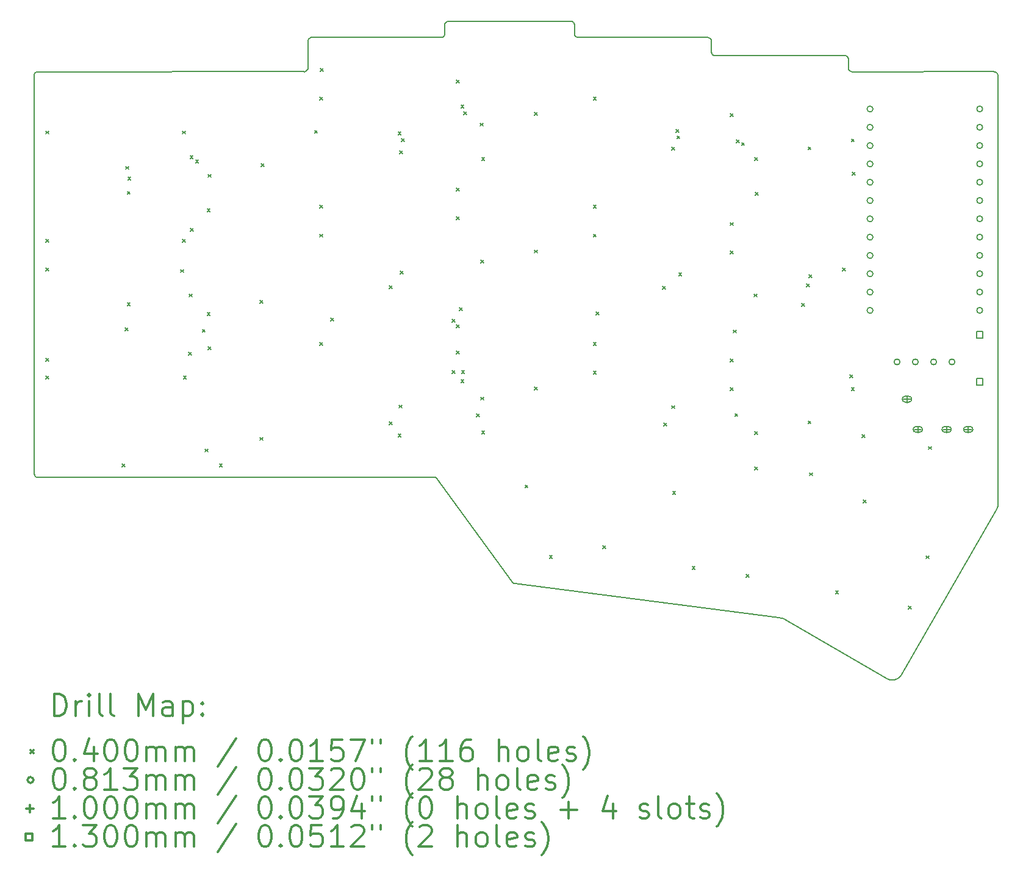
<source format=gbr>
%FSLAX45Y45*%
G04 Gerber Fmt 4.5, Leading zero omitted, Abs format (unit mm)*
G04 Created by KiCad (PCBNEW (5.1.10)-1) date 2021-11-26 09:54:35*
%MOMM*%
%LPD*%
G01*
G04 APERTURE LIST*
%TA.AperFunction,Profile*%
%ADD10C,0.200000*%
%TD*%
%ADD11C,0.200000*%
%ADD12C,0.300000*%
G04 APERTURE END LIST*
D10*
X8545891Y-7834063D02*
X8528538Y-7822765D01*
X8528538Y-7822765D02*
X8510534Y-7819407D01*
X13368050Y-9784400D02*
X13347880Y-9778977D01*
X13347880Y-9778977D02*
X13327428Y-9774800D01*
X13327428Y-9774800D02*
X13306752Y-9771878D01*
X13306752Y-9771878D02*
X13302594Y-9771446D01*
X9600193Y-9279779D02*
X9617548Y-9291062D01*
X9617548Y-9291062D02*
X9635549Y-9294409D01*
X16312821Y-8279172D02*
X16321769Y-8261285D01*
X16321769Y-8261285D02*
X16329317Y-8239823D01*
X16329317Y-8239823D02*
X16333935Y-8217559D01*
X16333935Y-8217559D02*
X16335544Y-8194790D01*
X16335544Y-8194790D02*
X16335530Y-8191923D01*
X12360382Y-1919171D02*
X12360382Y-1769311D01*
X14210516Y-1969209D02*
X12410420Y-1969209D01*
X16335530Y-2244417D02*
X16330597Y-2222748D01*
X16330597Y-2222748D02*
X16317336Y-2205848D01*
X16317336Y-2205848D02*
X16298033Y-2196006D01*
X16298033Y-2196006D02*
X16285542Y-2194430D01*
X16335478Y-2244290D02*
X16335478Y-8191694D01*
X2960537Y-2244417D02*
X2960360Y-7769293D01*
X6710539Y-2194430D02*
X6732217Y-2189505D01*
X6732217Y-2189505D02*
X6749126Y-2176244D01*
X6749126Y-2176244D02*
X6758974Y-2156938D01*
X6758974Y-2156938D02*
X6760551Y-2144443D01*
X6760551Y-2144443D02*
X6760551Y-2144418D01*
X6710412Y-2194253D02*
X3010550Y-2194430D01*
X6810538Y-1719425D02*
X6788869Y-1724358D01*
X6788869Y-1724358D02*
X6771969Y-1737619D01*
X6771969Y-1737619D02*
X6762127Y-1756921D01*
X6762127Y-1756921D02*
X6760551Y-1769413D01*
X8710533Y-1494407D02*
X8688857Y-1499343D01*
X8688857Y-1499343D02*
X8671955Y-1512612D01*
X8671955Y-1512612D02*
X8662117Y-1531923D01*
X8662117Y-1531923D02*
X8660546Y-1544419D01*
X8610330Y-1719273D02*
X7420950Y-1719273D01*
X16285440Y-2194253D02*
X14310541Y-2194430D01*
X10410426Y-1494229D02*
X8710406Y-1494229D01*
X14260300Y-2019247D02*
X14260529Y-2144418D01*
X14260529Y-2019424D02*
X14255603Y-1997746D01*
X14255603Y-1997746D02*
X14242343Y-1980838D01*
X14242343Y-1980838D02*
X14223038Y-1970989D01*
X14223038Y-1970989D02*
X14210542Y-1969412D01*
X12310344Y-1719273D02*
X11698250Y-1719273D01*
X6760450Y-1769311D02*
X6760450Y-2144215D01*
X2960537Y-7769420D02*
X2965473Y-7791096D01*
X2965473Y-7791096D02*
X2978742Y-7807998D01*
X2978742Y-7807998D02*
X2998053Y-7817836D01*
X2998053Y-7817836D02*
X3010549Y-7819407D01*
X3010549Y-7819407D02*
X3010550Y-7819407D01*
X2960537Y-2244417D02*
X2960537Y-2244417D01*
X8610534Y-1719425D02*
X8632212Y-1714500D01*
X8632212Y-1714500D02*
X8649120Y-1701239D01*
X8649120Y-1701239D02*
X8658968Y-1681933D01*
X8658968Y-1681933D02*
X8660546Y-1669438D01*
X8660546Y-1669438D02*
X8660546Y-1669413D01*
X13368050Y-9784400D02*
X14797458Y-10610508D01*
X10460464Y-1669235D02*
X10460464Y-1544267D01*
X8660546Y-1544419D02*
X8660368Y-1669235D01*
X7413250Y-7819431D02*
X4098250Y-7819431D01*
X3010550Y-2194430D02*
X2988872Y-2199355D01*
X2988872Y-2199355D02*
X2971963Y-2212615D01*
X2971963Y-2212615D02*
X2962114Y-2231922D01*
X2962114Y-2231922D02*
X2960537Y-2244417D01*
X12360535Y-1769413D02*
X12355602Y-1747743D01*
X12355602Y-1747743D02*
X12342341Y-1730844D01*
X12342341Y-1730844D02*
X12323039Y-1721001D01*
X12323039Y-1721001D02*
X12310548Y-1719425D01*
X14990270Y-10572561D02*
X16312872Y-8279324D01*
X8545891Y-7834063D02*
X9600193Y-9279779D01*
X14797458Y-10610508D02*
X14815864Y-10620987D01*
X14815864Y-10620987D02*
X14835139Y-10628387D01*
X14835139Y-10628387D02*
X14854956Y-10632772D01*
X14854956Y-10632772D02*
X14874990Y-10634205D01*
X14874990Y-10634205D02*
X14901473Y-10631634D01*
X14901473Y-10631634D02*
X14926986Y-10624079D01*
X14926986Y-10624079D02*
X14945018Y-10615234D01*
X14945018Y-10615234D02*
X14961742Y-10603733D01*
X14961742Y-10603733D02*
X14976832Y-10589642D01*
X14976832Y-10589642D02*
X14989960Y-10573023D01*
X14260529Y-2144418D02*
X14265454Y-2166096D01*
X14265454Y-2166096D02*
X14278715Y-2183005D01*
X14278715Y-2183005D02*
X14298021Y-2192853D01*
X14298021Y-2192853D02*
X14310517Y-2194430D01*
X14310517Y-2194430D02*
X14310541Y-2194430D01*
X10460541Y-1669413D02*
X10465466Y-1691091D01*
X10465466Y-1691091D02*
X10478726Y-1707999D01*
X10478726Y-1707999D02*
X10498033Y-1717848D01*
X10498033Y-1717848D02*
X10510528Y-1719425D01*
X10510553Y-1719425D02*
X11713550Y-1719425D01*
X3010550Y-7819407D02*
X4098250Y-7819431D01*
X8660546Y-1544419D02*
X8660546Y-1544419D01*
X14989960Y-10573023D02*
X14990270Y-10572561D01*
X10510528Y-1719425D02*
X10510553Y-1719425D01*
X6810538Y-1719425D02*
X7423250Y-1719425D01*
X9635549Y-9294409D02*
X13302594Y-9771446D01*
X10460541Y-1544419D02*
X10455616Y-1522741D01*
X10455616Y-1522741D02*
X10442355Y-1505832D01*
X10442355Y-1505832D02*
X10423049Y-1495984D01*
X10423049Y-1495984D02*
X10410553Y-1494407D01*
X8510534Y-7819407D02*
X7413250Y-7819431D01*
X12360535Y-1919425D02*
X12365471Y-1941100D01*
X12365471Y-1941100D02*
X12378740Y-1958002D01*
X12378740Y-1958002D02*
X12398051Y-1967841D01*
X12398051Y-1967841D02*
X12410547Y-1969412D01*
D11*
X3122250Y-3017900D02*
X3162250Y-3057900D01*
X3162250Y-3017900D02*
X3122250Y-3057900D01*
X3122250Y-4517900D02*
X3162250Y-4557900D01*
X3162250Y-4517900D02*
X3122250Y-4557900D01*
X3122250Y-4917900D02*
X3162250Y-4957900D01*
X3162250Y-4917900D02*
X3122250Y-4957900D01*
X3122250Y-6167900D02*
X3162250Y-6207900D01*
X3162250Y-6167900D02*
X3122250Y-6207900D01*
X3122250Y-6417900D02*
X3162250Y-6457900D01*
X3162250Y-6417900D02*
X3122250Y-6457900D01*
X4182250Y-7637900D02*
X4222250Y-7677900D01*
X4222250Y-7637900D02*
X4182250Y-7677900D01*
X4222250Y-5747900D02*
X4262250Y-5787900D01*
X4262250Y-5747900D02*
X4222250Y-5787900D01*
X4232250Y-3507900D02*
X4272250Y-3547900D01*
X4272250Y-3507900D02*
X4232250Y-3547900D01*
X4252250Y-3854401D02*
X4292250Y-3894401D01*
X4292250Y-3854401D02*
X4252250Y-3894401D01*
X4252250Y-5397900D02*
X4292250Y-5437900D01*
X4292250Y-5397900D02*
X4252250Y-5437900D01*
X4261773Y-3658399D02*
X4301773Y-3698399D01*
X4301773Y-3658399D02*
X4261773Y-3698399D01*
X4992250Y-4937900D02*
X5032250Y-4977900D01*
X5032250Y-4937900D02*
X4992250Y-4977900D01*
X5017984Y-4516891D02*
X5057984Y-4556891D01*
X5057984Y-4516891D02*
X5017984Y-4556891D01*
X5022250Y-3017900D02*
X5062250Y-3057900D01*
X5062250Y-3017900D02*
X5022250Y-3057900D01*
X5032250Y-6417900D02*
X5072250Y-6457900D01*
X5072250Y-6417900D02*
X5032250Y-6457900D01*
X5101195Y-6086845D02*
X5141195Y-6126845D01*
X5141195Y-6086845D02*
X5101195Y-6126845D01*
X5114750Y-5277900D02*
X5154750Y-5317900D01*
X5154750Y-5277900D02*
X5114750Y-5317900D01*
X5124750Y-3357900D02*
X5164750Y-3397900D01*
X5164750Y-3357900D02*
X5124750Y-3397900D01*
X5132250Y-4367900D02*
X5172250Y-4407900D01*
X5172250Y-4367900D02*
X5132250Y-4407900D01*
X5202250Y-3417900D02*
X5242250Y-3457900D01*
X5242250Y-3417900D02*
X5202250Y-3457900D01*
X5294250Y-5769400D02*
X5334250Y-5809400D01*
X5334250Y-5769400D02*
X5294250Y-5809400D01*
X5332250Y-7427900D02*
X5372250Y-7467900D01*
X5372250Y-7427900D02*
X5332250Y-7467900D01*
X5362250Y-4097900D02*
X5402250Y-4137900D01*
X5402250Y-4097900D02*
X5362250Y-4137900D01*
X5362250Y-5537900D02*
X5402250Y-5577900D01*
X5402250Y-5537900D02*
X5362250Y-5577900D01*
X5372250Y-3617900D02*
X5412250Y-3657900D01*
X5412250Y-3617900D02*
X5372250Y-3657900D01*
X5372250Y-6007900D02*
X5412250Y-6047900D01*
X5412250Y-6007900D02*
X5372250Y-6047900D01*
X5532250Y-7632900D02*
X5572250Y-7672900D01*
X5572250Y-7632900D02*
X5532250Y-7672900D01*
X6092250Y-5367900D02*
X6132250Y-5407900D01*
X6132250Y-5367900D02*
X6092250Y-5407900D01*
X6092250Y-7267900D02*
X6132250Y-7307900D01*
X6132250Y-7267900D02*
X6092250Y-7307900D01*
X6112250Y-3467900D02*
X6152250Y-3507900D01*
X6152250Y-3467900D02*
X6112250Y-3507900D01*
X6852250Y-3007900D02*
X6892250Y-3047900D01*
X6892250Y-3007900D02*
X6852250Y-3047900D01*
X6922250Y-2547900D02*
X6962250Y-2587900D01*
X6962250Y-2547900D02*
X6922250Y-2587900D01*
X6922250Y-4047900D02*
X6962250Y-4087900D01*
X6962250Y-4047900D02*
X6922250Y-4087900D01*
X6922250Y-4447900D02*
X6962250Y-4487900D01*
X6962250Y-4447900D02*
X6922250Y-4487900D01*
X6922250Y-5947900D02*
X6962250Y-5987900D01*
X6962250Y-5947900D02*
X6922250Y-5987900D01*
X6932250Y-2147900D02*
X6972250Y-2187900D01*
X6972250Y-2147900D02*
X6932250Y-2187900D01*
X7079208Y-5614858D02*
X7119208Y-5654858D01*
X7119208Y-5614858D02*
X7079208Y-5654858D01*
X7889217Y-7050933D02*
X7929217Y-7090933D01*
X7929217Y-7050933D02*
X7889217Y-7090933D01*
X7892250Y-5162900D02*
X7932250Y-5202900D01*
X7932250Y-5162900D02*
X7892250Y-5202900D01*
X8012250Y-3027900D02*
X8052250Y-3067900D01*
X8052250Y-3027900D02*
X8012250Y-3067900D01*
X8012250Y-7217900D02*
X8052250Y-7257900D01*
X8052250Y-7217900D02*
X8012250Y-7257900D01*
X8024751Y-6817900D02*
X8064751Y-6857900D01*
X8064751Y-6817900D02*
X8024751Y-6857900D01*
X8032251Y-3292899D02*
X8072251Y-3332899D01*
X8072251Y-3292899D02*
X8032251Y-3332899D01*
X8044751Y-4957900D02*
X8084751Y-4997900D01*
X8084751Y-4957900D02*
X8044751Y-4997900D01*
X8060250Y-3122095D02*
X8100250Y-3162095D01*
X8100250Y-3122095D02*
X8060250Y-3162095D01*
X8759750Y-5627900D02*
X8799750Y-5667900D01*
X8799750Y-5627900D02*
X8759750Y-5667900D01*
X8759750Y-6337900D02*
X8799750Y-6377900D01*
X8799750Y-6337900D02*
X8759750Y-6377900D01*
X8822250Y-2307900D02*
X8862250Y-2347900D01*
X8862250Y-2307900D02*
X8822250Y-2347900D01*
X8822250Y-3807900D02*
X8862250Y-3847900D01*
X8862250Y-3807900D02*
X8822250Y-3847900D01*
X8822250Y-4207900D02*
X8862250Y-4247900D01*
X8862250Y-4207900D02*
X8822250Y-4247900D01*
X8822250Y-5707900D02*
X8862250Y-5747900D01*
X8862250Y-5707900D02*
X8822250Y-5747900D01*
X8822250Y-6067900D02*
X8862250Y-6107900D01*
X8862250Y-6067900D02*
X8822250Y-6107900D01*
X8862250Y-5467900D02*
X8902250Y-5507900D01*
X8902250Y-5467900D02*
X8862250Y-5507900D01*
X8884750Y-2657900D02*
X8924750Y-2697900D01*
X8924750Y-2657900D02*
X8884750Y-2697900D01*
X8884750Y-6467900D02*
X8924750Y-6507900D01*
X8924750Y-6467900D02*
X8884750Y-6507900D01*
X8892250Y-6337900D02*
X8932250Y-6377900D01*
X8932250Y-6337900D02*
X8892250Y-6377900D01*
X8922250Y-2747900D02*
X8962250Y-2787900D01*
X8962250Y-2747900D02*
X8922250Y-2787900D01*
X9097250Y-6941400D02*
X9137250Y-6981400D01*
X9137250Y-6941400D02*
X9097250Y-6981400D01*
X9152250Y-2907900D02*
X9192250Y-2947900D01*
X9192250Y-2907900D02*
X9152250Y-2947900D01*
X9162250Y-4807900D02*
X9202250Y-4847900D01*
X9202250Y-4807900D02*
X9162250Y-4847900D01*
X9162250Y-6707900D02*
X9202250Y-6747900D01*
X9202250Y-6707900D02*
X9162250Y-6747900D01*
X9172250Y-3387900D02*
X9212250Y-3427900D01*
X9212250Y-3387900D02*
X9172250Y-3427900D01*
X9172250Y-7177900D02*
X9212250Y-7217900D01*
X9212250Y-7177900D02*
X9172250Y-7217900D01*
X9772250Y-7927900D02*
X9812250Y-7967900D01*
X9812250Y-7927900D02*
X9772250Y-7967900D01*
X9902250Y-2757900D02*
X9942250Y-2797900D01*
X9942250Y-2757900D02*
X9902250Y-2797900D01*
X9902250Y-4667900D02*
X9942250Y-4707900D01*
X9942250Y-4667900D02*
X9902250Y-4707900D01*
X9902250Y-6567900D02*
X9942250Y-6607900D01*
X9942250Y-6567900D02*
X9902250Y-6607900D01*
X10112250Y-8907900D02*
X10152250Y-8947900D01*
X10152250Y-8907900D02*
X10112250Y-8947900D01*
X10722250Y-2547900D02*
X10762250Y-2587900D01*
X10762250Y-2547900D02*
X10722250Y-2587900D01*
X10722250Y-4047900D02*
X10762250Y-4087900D01*
X10762250Y-4047900D02*
X10722250Y-4087900D01*
X10722250Y-4447900D02*
X10762250Y-4487900D01*
X10762250Y-4447900D02*
X10722250Y-4487900D01*
X10722250Y-5947900D02*
X10762250Y-5987900D01*
X10762250Y-5947900D02*
X10722250Y-5987900D01*
X10722250Y-6347900D02*
X10762250Y-6387900D01*
X10762250Y-6347900D02*
X10722250Y-6387900D01*
X10762250Y-5527900D02*
X10802250Y-5567900D01*
X10802250Y-5527900D02*
X10762250Y-5567900D01*
X10852250Y-8767900D02*
X10892250Y-8807900D01*
X10892250Y-8767900D02*
X10852250Y-8807900D01*
X11682250Y-5172900D02*
X11722250Y-5212900D01*
X11722250Y-5172900D02*
X11682250Y-5212900D01*
X11702250Y-7067900D02*
X11742250Y-7107900D01*
X11742250Y-7067900D02*
X11702250Y-7107900D01*
X11809750Y-3242900D02*
X11849750Y-3282900D01*
X11849750Y-3242900D02*
X11809750Y-3282900D01*
X11812250Y-6827900D02*
X11852250Y-6867900D01*
X11852250Y-6827900D02*
X11812250Y-6867900D01*
X11822250Y-8017900D02*
X11862250Y-8057900D01*
X11862250Y-8017900D02*
X11822250Y-8057900D01*
X11865870Y-2997743D02*
X11905870Y-3037743D01*
X11905870Y-2997743D02*
X11865870Y-3037743D01*
X11881250Y-3085400D02*
X11921250Y-3125400D01*
X11921250Y-3085400D02*
X11881250Y-3125400D01*
X11907250Y-4987900D02*
X11947250Y-5027900D01*
X11947250Y-4987900D02*
X11907250Y-5027900D01*
X12092250Y-9057900D02*
X12132250Y-9097900D01*
X12132250Y-9057900D02*
X12092250Y-9097900D01*
X12622250Y-2777900D02*
X12662250Y-2817900D01*
X12662250Y-2777900D02*
X12622250Y-2817900D01*
X12622250Y-4287900D02*
X12662250Y-4327900D01*
X12662250Y-4287900D02*
X12622250Y-4327900D01*
X12622250Y-4677900D02*
X12662250Y-4717900D01*
X12662250Y-4677900D02*
X12622250Y-4717900D01*
X12622250Y-6177900D02*
X12662250Y-6217900D01*
X12662250Y-6177900D02*
X12622250Y-6217900D01*
X12622250Y-6577900D02*
X12662250Y-6617900D01*
X12662250Y-6577900D02*
X12622250Y-6617900D01*
X12662250Y-5777900D02*
X12702250Y-5817900D01*
X12702250Y-5777900D02*
X12662250Y-5817900D01*
X12684750Y-6937900D02*
X12724750Y-6977900D01*
X12724750Y-6937900D02*
X12684750Y-6977900D01*
X12707751Y-3136772D02*
X12747751Y-3176772D01*
X12747751Y-3136772D02*
X12707751Y-3176772D01*
X12777752Y-3177900D02*
X12817752Y-3217900D01*
X12817752Y-3177900D02*
X12777752Y-3217900D01*
X12842250Y-9167900D02*
X12882250Y-9207900D01*
X12882250Y-9167900D02*
X12842250Y-9207900D01*
X12952250Y-5277900D02*
X12992250Y-5317900D01*
X12992250Y-5277900D02*
X12952250Y-5317900D01*
X12962250Y-3387900D02*
X13002250Y-3427900D01*
X13002250Y-3387900D02*
X12962250Y-3427900D01*
X12962250Y-7187900D02*
X13002250Y-7227900D01*
X13002250Y-7187900D02*
X12962250Y-7227900D01*
X12962250Y-7677900D02*
X13002250Y-7717900D01*
X13002250Y-7677900D02*
X12962250Y-7717900D01*
X12972250Y-3867900D02*
X13012250Y-3907900D01*
X13012250Y-3867900D02*
X12972250Y-3907900D01*
X13612250Y-5407900D02*
X13652250Y-5447900D01*
X13652250Y-5407900D02*
X13612250Y-5447900D01*
X13682250Y-5137900D02*
X13722250Y-5177900D01*
X13722250Y-5137900D02*
X13682250Y-5177900D01*
X13702250Y-3237900D02*
X13742250Y-3277900D01*
X13742250Y-3237900D02*
X13702250Y-3277900D01*
X13702250Y-7037900D02*
X13742250Y-7077900D01*
X13742250Y-7037900D02*
X13702250Y-7077900D01*
X13712250Y-5007900D02*
X13752250Y-5047900D01*
X13752250Y-5007900D02*
X13712250Y-5047900D01*
X13722250Y-7757900D02*
X13762250Y-7797900D01*
X13762250Y-7757900D02*
X13722250Y-7797900D01*
X14082250Y-9397900D02*
X14122250Y-9437900D01*
X14122250Y-9397900D02*
X14082250Y-9437900D01*
X14182250Y-4917900D02*
X14222250Y-4957900D01*
X14222250Y-4917900D02*
X14182250Y-4957900D01*
X14282250Y-6397900D02*
X14322250Y-6437900D01*
X14322250Y-6397900D02*
X14282250Y-6437900D01*
X14302250Y-3127900D02*
X14342250Y-3167900D01*
X14342250Y-3127900D02*
X14302250Y-3167900D01*
X14302250Y-6577900D02*
X14342250Y-6617900D01*
X14342250Y-6577900D02*
X14302250Y-6617900D01*
X14317251Y-3587900D02*
X14357251Y-3627900D01*
X14357251Y-3587900D02*
X14317251Y-3627900D01*
X14451250Y-7227900D02*
X14491250Y-7267900D01*
X14491250Y-7227900D02*
X14451250Y-7267900D01*
X14470874Y-8135635D02*
X14510874Y-8175635D01*
X14510874Y-8135635D02*
X14470874Y-8175635D01*
X15092250Y-9607900D02*
X15132250Y-9647900D01*
X15132250Y-9607900D02*
X15092250Y-9647900D01*
X15341569Y-8908577D02*
X15381569Y-8948577D01*
X15381569Y-8908577D02*
X15341569Y-8948577D01*
X15376250Y-7393400D02*
X15416250Y-7433400D01*
X15416250Y-7393400D02*
X15376250Y-7433400D01*
X14602530Y-2711600D02*
G75*
G03*
X14602530Y-2711600I-40640J0D01*
G01*
X14602530Y-2965600D02*
G75*
G03*
X14602530Y-2965600I-40640J0D01*
G01*
X14602530Y-3219600D02*
G75*
G03*
X14602530Y-3219600I-40640J0D01*
G01*
X14602530Y-3473600D02*
G75*
G03*
X14602530Y-3473600I-40640J0D01*
G01*
X14602530Y-3727600D02*
G75*
G03*
X14602530Y-3727600I-40640J0D01*
G01*
X14602530Y-3981600D02*
G75*
G03*
X14602530Y-3981600I-40640J0D01*
G01*
X14602530Y-4235600D02*
G75*
G03*
X14602530Y-4235600I-40640J0D01*
G01*
X14602530Y-4489600D02*
G75*
G03*
X14602530Y-4489600I-40640J0D01*
G01*
X14602530Y-4743600D02*
G75*
G03*
X14602530Y-4743600I-40640J0D01*
G01*
X14602530Y-4997600D02*
G75*
G03*
X14602530Y-4997600I-40640J0D01*
G01*
X14602530Y-5251600D02*
G75*
G03*
X14602530Y-5251600I-40640J0D01*
G01*
X14602530Y-5505600D02*
G75*
G03*
X14602530Y-5505600I-40640J0D01*
G01*
X14976990Y-6220200D02*
G75*
G03*
X14976990Y-6220200I-40640J0D01*
G01*
X15230990Y-6220200D02*
G75*
G03*
X15230990Y-6220200I-40640J0D01*
G01*
X15484990Y-6220200D02*
G75*
G03*
X15484990Y-6220200I-40640J0D01*
G01*
X15738990Y-6220200D02*
G75*
G03*
X15738990Y-6220200I-40640J0D01*
G01*
X16124530Y-2711600D02*
G75*
G03*
X16124530Y-2711600I-40640J0D01*
G01*
X16124530Y-2965600D02*
G75*
G03*
X16124530Y-2965600I-40640J0D01*
G01*
X16124530Y-3219600D02*
G75*
G03*
X16124530Y-3219600I-40640J0D01*
G01*
X16124530Y-3473600D02*
G75*
G03*
X16124530Y-3473600I-40640J0D01*
G01*
X16124530Y-3727600D02*
G75*
G03*
X16124530Y-3727600I-40640J0D01*
G01*
X16124530Y-3981600D02*
G75*
G03*
X16124530Y-3981600I-40640J0D01*
G01*
X16124530Y-4235600D02*
G75*
G03*
X16124530Y-4235600I-40640J0D01*
G01*
X16124530Y-4489600D02*
G75*
G03*
X16124530Y-4489600I-40640J0D01*
G01*
X16124530Y-4743600D02*
G75*
G03*
X16124530Y-4743600I-40640J0D01*
G01*
X16124530Y-4997600D02*
G75*
G03*
X16124530Y-4997600I-40640J0D01*
G01*
X16124530Y-5251600D02*
G75*
G03*
X16124530Y-5251600I-40640J0D01*
G01*
X16124530Y-5505600D02*
G75*
G03*
X16124530Y-5505600I-40640J0D01*
G01*
X15074950Y-6686600D02*
X15074950Y-6786600D01*
X15024950Y-6736600D02*
X15124950Y-6736600D01*
X15099950Y-6696600D02*
X15049950Y-6696600D01*
X15099950Y-6776600D02*
X15049950Y-6776600D01*
X15049950Y-6696600D02*
G75*
G03*
X15049950Y-6776600I0J-40000D01*
G01*
X15099950Y-6776600D02*
G75*
G03*
X15099950Y-6696600I0J40000D01*
G01*
X15224950Y-7106600D02*
X15224950Y-7206600D01*
X15174950Y-7156600D02*
X15274950Y-7156600D01*
X15249950Y-7116600D02*
X15199950Y-7116600D01*
X15249950Y-7196600D02*
X15199950Y-7196600D01*
X15199950Y-7116600D02*
G75*
G03*
X15199950Y-7196600I0J-40000D01*
G01*
X15249950Y-7196600D02*
G75*
G03*
X15249950Y-7116600I0J40000D01*
G01*
X15624950Y-7106600D02*
X15624950Y-7206600D01*
X15574950Y-7156600D02*
X15674950Y-7156600D01*
X15649950Y-7116600D02*
X15599950Y-7116600D01*
X15649950Y-7196600D02*
X15599950Y-7196600D01*
X15599950Y-7116600D02*
G75*
G03*
X15599950Y-7196600I0J-40000D01*
G01*
X15649950Y-7196600D02*
G75*
G03*
X15649950Y-7116600I0J40000D01*
G01*
X15924950Y-7106600D02*
X15924950Y-7206600D01*
X15874950Y-7156600D02*
X15974950Y-7156600D01*
X15949950Y-7116600D02*
X15899950Y-7116600D01*
X15949950Y-7196600D02*
X15899950Y-7196600D01*
X15899950Y-7116600D02*
G75*
G03*
X15899950Y-7196600I0J-40000D01*
G01*
X15949950Y-7196600D02*
G75*
G03*
X15949950Y-7116600I0J40000D01*
G01*
X16129912Y-5891462D02*
X16129912Y-5799538D01*
X16037988Y-5799538D01*
X16037988Y-5891462D01*
X16129912Y-5891462D01*
X16129912Y-6541462D02*
X16129912Y-6449538D01*
X16037988Y-6449538D01*
X16037988Y-6541462D01*
X16129912Y-6541462D01*
D12*
X3236966Y-11129030D02*
X3236966Y-10829030D01*
X3308394Y-10829030D01*
X3351251Y-10843315D01*
X3379823Y-10871887D01*
X3394108Y-10900458D01*
X3408394Y-10957601D01*
X3408394Y-11000458D01*
X3394108Y-11057601D01*
X3379823Y-11086173D01*
X3351251Y-11114744D01*
X3308394Y-11129030D01*
X3236966Y-11129030D01*
X3536966Y-11129030D02*
X3536966Y-10929030D01*
X3536966Y-10986173D02*
X3551251Y-10957601D01*
X3565537Y-10943315D01*
X3594108Y-10929030D01*
X3622680Y-10929030D01*
X3722680Y-11129030D02*
X3722680Y-10929030D01*
X3722680Y-10829030D02*
X3708394Y-10843315D01*
X3722680Y-10857601D01*
X3736966Y-10843315D01*
X3722680Y-10829030D01*
X3722680Y-10857601D01*
X3908394Y-11129030D02*
X3879823Y-11114744D01*
X3865537Y-11086173D01*
X3865537Y-10829030D01*
X4065537Y-11129030D02*
X4036966Y-11114744D01*
X4022680Y-11086173D01*
X4022680Y-10829030D01*
X4408394Y-11129030D02*
X4408394Y-10829030D01*
X4508394Y-11043315D01*
X4608394Y-10829030D01*
X4608394Y-11129030D01*
X4879823Y-11129030D02*
X4879823Y-10971887D01*
X4865537Y-10943315D01*
X4836966Y-10929030D01*
X4779823Y-10929030D01*
X4751251Y-10943315D01*
X4879823Y-11114744D02*
X4851251Y-11129030D01*
X4779823Y-11129030D01*
X4751251Y-11114744D01*
X4736966Y-11086173D01*
X4736966Y-11057601D01*
X4751251Y-11029030D01*
X4779823Y-11014744D01*
X4851251Y-11014744D01*
X4879823Y-11000458D01*
X5022680Y-10929030D02*
X5022680Y-11229030D01*
X5022680Y-10943315D02*
X5051251Y-10929030D01*
X5108394Y-10929030D01*
X5136966Y-10943315D01*
X5151251Y-10957601D01*
X5165537Y-10986173D01*
X5165537Y-11071887D01*
X5151251Y-11100458D01*
X5136966Y-11114744D01*
X5108394Y-11129030D01*
X5051251Y-11129030D01*
X5022680Y-11114744D01*
X5294109Y-11100458D02*
X5308394Y-11114744D01*
X5294109Y-11129030D01*
X5279823Y-11114744D01*
X5294109Y-11100458D01*
X5294109Y-11129030D01*
X5294109Y-10943315D02*
X5308394Y-10957601D01*
X5294109Y-10971887D01*
X5279823Y-10957601D01*
X5294109Y-10943315D01*
X5294109Y-10971887D01*
X2910537Y-11603315D02*
X2950537Y-11643315D01*
X2950537Y-11603315D02*
X2910537Y-11643315D01*
X3294108Y-11459030D02*
X3322680Y-11459030D01*
X3351251Y-11473315D01*
X3365537Y-11487601D01*
X3379823Y-11516172D01*
X3394108Y-11573315D01*
X3394108Y-11644744D01*
X3379823Y-11701887D01*
X3365537Y-11730458D01*
X3351251Y-11744744D01*
X3322680Y-11759030D01*
X3294108Y-11759030D01*
X3265537Y-11744744D01*
X3251251Y-11730458D01*
X3236966Y-11701887D01*
X3222680Y-11644744D01*
X3222680Y-11573315D01*
X3236966Y-11516172D01*
X3251251Y-11487601D01*
X3265537Y-11473315D01*
X3294108Y-11459030D01*
X3522680Y-11730458D02*
X3536966Y-11744744D01*
X3522680Y-11759030D01*
X3508394Y-11744744D01*
X3522680Y-11730458D01*
X3522680Y-11759030D01*
X3794108Y-11559030D02*
X3794108Y-11759030D01*
X3722680Y-11444744D02*
X3651251Y-11659030D01*
X3836966Y-11659030D01*
X4008394Y-11459030D02*
X4036966Y-11459030D01*
X4065537Y-11473315D01*
X4079823Y-11487601D01*
X4094108Y-11516172D01*
X4108394Y-11573315D01*
X4108394Y-11644744D01*
X4094108Y-11701887D01*
X4079823Y-11730458D01*
X4065537Y-11744744D01*
X4036966Y-11759030D01*
X4008394Y-11759030D01*
X3979823Y-11744744D01*
X3965537Y-11730458D01*
X3951251Y-11701887D01*
X3936966Y-11644744D01*
X3936966Y-11573315D01*
X3951251Y-11516172D01*
X3965537Y-11487601D01*
X3979823Y-11473315D01*
X4008394Y-11459030D01*
X4294109Y-11459030D02*
X4322680Y-11459030D01*
X4351251Y-11473315D01*
X4365537Y-11487601D01*
X4379823Y-11516172D01*
X4394109Y-11573315D01*
X4394109Y-11644744D01*
X4379823Y-11701887D01*
X4365537Y-11730458D01*
X4351251Y-11744744D01*
X4322680Y-11759030D01*
X4294109Y-11759030D01*
X4265537Y-11744744D01*
X4251251Y-11730458D01*
X4236966Y-11701887D01*
X4222680Y-11644744D01*
X4222680Y-11573315D01*
X4236966Y-11516172D01*
X4251251Y-11487601D01*
X4265537Y-11473315D01*
X4294109Y-11459030D01*
X4522680Y-11759030D02*
X4522680Y-11559030D01*
X4522680Y-11587601D02*
X4536966Y-11573315D01*
X4565537Y-11559030D01*
X4608394Y-11559030D01*
X4636966Y-11573315D01*
X4651251Y-11601887D01*
X4651251Y-11759030D01*
X4651251Y-11601887D02*
X4665537Y-11573315D01*
X4694109Y-11559030D01*
X4736966Y-11559030D01*
X4765537Y-11573315D01*
X4779823Y-11601887D01*
X4779823Y-11759030D01*
X4922680Y-11759030D02*
X4922680Y-11559030D01*
X4922680Y-11587601D02*
X4936966Y-11573315D01*
X4965537Y-11559030D01*
X5008394Y-11559030D01*
X5036966Y-11573315D01*
X5051251Y-11601887D01*
X5051251Y-11759030D01*
X5051251Y-11601887D02*
X5065537Y-11573315D01*
X5094109Y-11559030D01*
X5136966Y-11559030D01*
X5165537Y-11573315D01*
X5179823Y-11601887D01*
X5179823Y-11759030D01*
X5765537Y-11444744D02*
X5508394Y-11830458D01*
X6151251Y-11459030D02*
X6179823Y-11459030D01*
X6208394Y-11473315D01*
X6222680Y-11487601D01*
X6236966Y-11516172D01*
X6251251Y-11573315D01*
X6251251Y-11644744D01*
X6236966Y-11701887D01*
X6222680Y-11730458D01*
X6208394Y-11744744D01*
X6179823Y-11759030D01*
X6151251Y-11759030D01*
X6122680Y-11744744D01*
X6108394Y-11730458D01*
X6094108Y-11701887D01*
X6079823Y-11644744D01*
X6079823Y-11573315D01*
X6094108Y-11516172D01*
X6108394Y-11487601D01*
X6122680Y-11473315D01*
X6151251Y-11459030D01*
X6379823Y-11730458D02*
X6394108Y-11744744D01*
X6379823Y-11759030D01*
X6365537Y-11744744D01*
X6379823Y-11730458D01*
X6379823Y-11759030D01*
X6579823Y-11459030D02*
X6608394Y-11459030D01*
X6636966Y-11473315D01*
X6651251Y-11487601D01*
X6665537Y-11516172D01*
X6679823Y-11573315D01*
X6679823Y-11644744D01*
X6665537Y-11701887D01*
X6651251Y-11730458D01*
X6636966Y-11744744D01*
X6608394Y-11759030D01*
X6579823Y-11759030D01*
X6551251Y-11744744D01*
X6536966Y-11730458D01*
X6522680Y-11701887D01*
X6508394Y-11644744D01*
X6508394Y-11573315D01*
X6522680Y-11516172D01*
X6536966Y-11487601D01*
X6551251Y-11473315D01*
X6579823Y-11459030D01*
X6965537Y-11759030D02*
X6794108Y-11759030D01*
X6879823Y-11759030D02*
X6879823Y-11459030D01*
X6851251Y-11501887D01*
X6822680Y-11530458D01*
X6794108Y-11544744D01*
X7236966Y-11459030D02*
X7094108Y-11459030D01*
X7079823Y-11601887D01*
X7094108Y-11587601D01*
X7122680Y-11573315D01*
X7194108Y-11573315D01*
X7222680Y-11587601D01*
X7236966Y-11601887D01*
X7251251Y-11630458D01*
X7251251Y-11701887D01*
X7236966Y-11730458D01*
X7222680Y-11744744D01*
X7194108Y-11759030D01*
X7122680Y-11759030D01*
X7094108Y-11744744D01*
X7079823Y-11730458D01*
X7351251Y-11459030D02*
X7551251Y-11459030D01*
X7422680Y-11759030D01*
X7651251Y-11459030D02*
X7651251Y-11516172D01*
X7765537Y-11459030D02*
X7765537Y-11516172D01*
X8208394Y-11873315D02*
X8194108Y-11859030D01*
X8165537Y-11816172D01*
X8151251Y-11787601D01*
X8136966Y-11744744D01*
X8122680Y-11673315D01*
X8122680Y-11616172D01*
X8136966Y-11544744D01*
X8151251Y-11501887D01*
X8165537Y-11473315D01*
X8194108Y-11430458D01*
X8208394Y-11416172D01*
X8479823Y-11759030D02*
X8308394Y-11759030D01*
X8394109Y-11759030D02*
X8394109Y-11459030D01*
X8365537Y-11501887D01*
X8336966Y-11530458D01*
X8308394Y-11544744D01*
X8765537Y-11759030D02*
X8594109Y-11759030D01*
X8679823Y-11759030D02*
X8679823Y-11459030D01*
X8651251Y-11501887D01*
X8622680Y-11530458D01*
X8594109Y-11544744D01*
X9022680Y-11459030D02*
X8965537Y-11459030D01*
X8936966Y-11473315D01*
X8922680Y-11487601D01*
X8894109Y-11530458D01*
X8879823Y-11587601D01*
X8879823Y-11701887D01*
X8894109Y-11730458D01*
X8908394Y-11744744D01*
X8936966Y-11759030D01*
X8994109Y-11759030D01*
X9022680Y-11744744D01*
X9036966Y-11730458D01*
X9051251Y-11701887D01*
X9051251Y-11630458D01*
X9036966Y-11601887D01*
X9022680Y-11587601D01*
X8994109Y-11573315D01*
X8936966Y-11573315D01*
X8908394Y-11587601D01*
X8894109Y-11601887D01*
X8879823Y-11630458D01*
X9408394Y-11759030D02*
X9408394Y-11459030D01*
X9536966Y-11759030D02*
X9536966Y-11601887D01*
X9522680Y-11573315D01*
X9494109Y-11559030D01*
X9451251Y-11559030D01*
X9422680Y-11573315D01*
X9408394Y-11587601D01*
X9722680Y-11759030D02*
X9694109Y-11744744D01*
X9679823Y-11730458D01*
X9665537Y-11701887D01*
X9665537Y-11616172D01*
X9679823Y-11587601D01*
X9694109Y-11573315D01*
X9722680Y-11559030D01*
X9765537Y-11559030D01*
X9794109Y-11573315D01*
X9808394Y-11587601D01*
X9822680Y-11616172D01*
X9822680Y-11701887D01*
X9808394Y-11730458D01*
X9794109Y-11744744D01*
X9765537Y-11759030D01*
X9722680Y-11759030D01*
X9994109Y-11759030D02*
X9965537Y-11744744D01*
X9951251Y-11716172D01*
X9951251Y-11459030D01*
X10222680Y-11744744D02*
X10194109Y-11759030D01*
X10136966Y-11759030D01*
X10108394Y-11744744D01*
X10094109Y-11716172D01*
X10094109Y-11601887D01*
X10108394Y-11573315D01*
X10136966Y-11559030D01*
X10194109Y-11559030D01*
X10222680Y-11573315D01*
X10236966Y-11601887D01*
X10236966Y-11630458D01*
X10094109Y-11659030D01*
X10351251Y-11744744D02*
X10379823Y-11759030D01*
X10436966Y-11759030D01*
X10465537Y-11744744D01*
X10479823Y-11716172D01*
X10479823Y-11701887D01*
X10465537Y-11673315D01*
X10436966Y-11659030D01*
X10394109Y-11659030D01*
X10365537Y-11644744D01*
X10351251Y-11616172D01*
X10351251Y-11601887D01*
X10365537Y-11573315D01*
X10394109Y-11559030D01*
X10436966Y-11559030D01*
X10465537Y-11573315D01*
X10579823Y-11873315D02*
X10594109Y-11859030D01*
X10622680Y-11816172D01*
X10636966Y-11787601D01*
X10651251Y-11744744D01*
X10665537Y-11673315D01*
X10665537Y-11616172D01*
X10651251Y-11544744D01*
X10636966Y-11501887D01*
X10622680Y-11473315D01*
X10594109Y-11430458D01*
X10579823Y-11416172D01*
X2950537Y-12019315D02*
G75*
G03*
X2950537Y-12019315I-40640J0D01*
G01*
X3294108Y-11855030D02*
X3322680Y-11855030D01*
X3351251Y-11869315D01*
X3365537Y-11883601D01*
X3379823Y-11912172D01*
X3394108Y-11969315D01*
X3394108Y-12040744D01*
X3379823Y-12097887D01*
X3365537Y-12126458D01*
X3351251Y-12140744D01*
X3322680Y-12155030D01*
X3294108Y-12155030D01*
X3265537Y-12140744D01*
X3251251Y-12126458D01*
X3236966Y-12097887D01*
X3222680Y-12040744D01*
X3222680Y-11969315D01*
X3236966Y-11912172D01*
X3251251Y-11883601D01*
X3265537Y-11869315D01*
X3294108Y-11855030D01*
X3522680Y-12126458D02*
X3536966Y-12140744D01*
X3522680Y-12155030D01*
X3508394Y-12140744D01*
X3522680Y-12126458D01*
X3522680Y-12155030D01*
X3708394Y-11983601D02*
X3679823Y-11969315D01*
X3665537Y-11955030D01*
X3651251Y-11926458D01*
X3651251Y-11912172D01*
X3665537Y-11883601D01*
X3679823Y-11869315D01*
X3708394Y-11855030D01*
X3765537Y-11855030D01*
X3794108Y-11869315D01*
X3808394Y-11883601D01*
X3822680Y-11912172D01*
X3822680Y-11926458D01*
X3808394Y-11955030D01*
X3794108Y-11969315D01*
X3765537Y-11983601D01*
X3708394Y-11983601D01*
X3679823Y-11997887D01*
X3665537Y-12012172D01*
X3651251Y-12040744D01*
X3651251Y-12097887D01*
X3665537Y-12126458D01*
X3679823Y-12140744D01*
X3708394Y-12155030D01*
X3765537Y-12155030D01*
X3794108Y-12140744D01*
X3808394Y-12126458D01*
X3822680Y-12097887D01*
X3822680Y-12040744D01*
X3808394Y-12012172D01*
X3794108Y-11997887D01*
X3765537Y-11983601D01*
X4108394Y-12155030D02*
X3936966Y-12155030D01*
X4022680Y-12155030D02*
X4022680Y-11855030D01*
X3994108Y-11897887D01*
X3965537Y-11926458D01*
X3936966Y-11940744D01*
X4208394Y-11855030D02*
X4394109Y-11855030D01*
X4294109Y-11969315D01*
X4336966Y-11969315D01*
X4365537Y-11983601D01*
X4379823Y-11997887D01*
X4394109Y-12026458D01*
X4394109Y-12097887D01*
X4379823Y-12126458D01*
X4365537Y-12140744D01*
X4336966Y-12155030D01*
X4251251Y-12155030D01*
X4222680Y-12140744D01*
X4208394Y-12126458D01*
X4522680Y-12155030D02*
X4522680Y-11955030D01*
X4522680Y-11983601D02*
X4536966Y-11969315D01*
X4565537Y-11955030D01*
X4608394Y-11955030D01*
X4636966Y-11969315D01*
X4651251Y-11997887D01*
X4651251Y-12155030D01*
X4651251Y-11997887D02*
X4665537Y-11969315D01*
X4694109Y-11955030D01*
X4736966Y-11955030D01*
X4765537Y-11969315D01*
X4779823Y-11997887D01*
X4779823Y-12155030D01*
X4922680Y-12155030D02*
X4922680Y-11955030D01*
X4922680Y-11983601D02*
X4936966Y-11969315D01*
X4965537Y-11955030D01*
X5008394Y-11955030D01*
X5036966Y-11969315D01*
X5051251Y-11997887D01*
X5051251Y-12155030D01*
X5051251Y-11997887D02*
X5065537Y-11969315D01*
X5094109Y-11955030D01*
X5136966Y-11955030D01*
X5165537Y-11969315D01*
X5179823Y-11997887D01*
X5179823Y-12155030D01*
X5765537Y-11840744D02*
X5508394Y-12226458D01*
X6151251Y-11855030D02*
X6179823Y-11855030D01*
X6208394Y-11869315D01*
X6222680Y-11883601D01*
X6236966Y-11912172D01*
X6251251Y-11969315D01*
X6251251Y-12040744D01*
X6236966Y-12097887D01*
X6222680Y-12126458D01*
X6208394Y-12140744D01*
X6179823Y-12155030D01*
X6151251Y-12155030D01*
X6122680Y-12140744D01*
X6108394Y-12126458D01*
X6094108Y-12097887D01*
X6079823Y-12040744D01*
X6079823Y-11969315D01*
X6094108Y-11912172D01*
X6108394Y-11883601D01*
X6122680Y-11869315D01*
X6151251Y-11855030D01*
X6379823Y-12126458D02*
X6394108Y-12140744D01*
X6379823Y-12155030D01*
X6365537Y-12140744D01*
X6379823Y-12126458D01*
X6379823Y-12155030D01*
X6579823Y-11855030D02*
X6608394Y-11855030D01*
X6636966Y-11869315D01*
X6651251Y-11883601D01*
X6665537Y-11912172D01*
X6679823Y-11969315D01*
X6679823Y-12040744D01*
X6665537Y-12097887D01*
X6651251Y-12126458D01*
X6636966Y-12140744D01*
X6608394Y-12155030D01*
X6579823Y-12155030D01*
X6551251Y-12140744D01*
X6536966Y-12126458D01*
X6522680Y-12097887D01*
X6508394Y-12040744D01*
X6508394Y-11969315D01*
X6522680Y-11912172D01*
X6536966Y-11883601D01*
X6551251Y-11869315D01*
X6579823Y-11855030D01*
X6779823Y-11855030D02*
X6965537Y-11855030D01*
X6865537Y-11969315D01*
X6908394Y-11969315D01*
X6936966Y-11983601D01*
X6951251Y-11997887D01*
X6965537Y-12026458D01*
X6965537Y-12097887D01*
X6951251Y-12126458D01*
X6936966Y-12140744D01*
X6908394Y-12155030D01*
X6822680Y-12155030D01*
X6794108Y-12140744D01*
X6779823Y-12126458D01*
X7079823Y-11883601D02*
X7094108Y-11869315D01*
X7122680Y-11855030D01*
X7194108Y-11855030D01*
X7222680Y-11869315D01*
X7236966Y-11883601D01*
X7251251Y-11912172D01*
X7251251Y-11940744D01*
X7236966Y-11983601D01*
X7065537Y-12155030D01*
X7251251Y-12155030D01*
X7436966Y-11855030D02*
X7465537Y-11855030D01*
X7494108Y-11869315D01*
X7508394Y-11883601D01*
X7522680Y-11912172D01*
X7536966Y-11969315D01*
X7536966Y-12040744D01*
X7522680Y-12097887D01*
X7508394Y-12126458D01*
X7494108Y-12140744D01*
X7465537Y-12155030D01*
X7436966Y-12155030D01*
X7408394Y-12140744D01*
X7394108Y-12126458D01*
X7379823Y-12097887D01*
X7365537Y-12040744D01*
X7365537Y-11969315D01*
X7379823Y-11912172D01*
X7394108Y-11883601D01*
X7408394Y-11869315D01*
X7436966Y-11855030D01*
X7651251Y-11855030D02*
X7651251Y-11912172D01*
X7765537Y-11855030D02*
X7765537Y-11912172D01*
X8208394Y-12269315D02*
X8194108Y-12255030D01*
X8165537Y-12212172D01*
X8151251Y-12183601D01*
X8136966Y-12140744D01*
X8122680Y-12069315D01*
X8122680Y-12012172D01*
X8136966Y-11940744D01*
X8151251Y-11897887D01*
X8165537Y-11869315D01*
X8194108Y-11826458D01*
X8208394Y-11812172D01*
X8308394Y-11883601D02*
X8322680Y-11869315D01*
X8351251Y-11855030D01*
X8422680Y-11855030D01*
X8451251Y-11869315D01*
X8465537Y-11883601D01*
X8479823Y-11912172D01*
X8479823Y-11940744D01*
X8465537Y-11983601D01*
X8294108Y-12155030D01*
X8479823Y-12155030D01*
X8651251Y-11983601D02*
X8622680Y-11969315D01*
X8608394Y-11955030D01*
X8594109Y-11926458D01*
X8594109Y-11912172D01*
X8608394Y-11883601D01*
X8622680Y-11869315D01*
X8651251Y-11855030D01*
X8708394Y-11855030D01*
X8736966Y-11869315D01*
X8751251Y-11883601D01*
X8765537Y-11912172D01*
X8765537Y-11926458D01*
X8751251Y-11955030D01*
X8736966Y-11969315D01*
X8708394Y-11983601D01*
X8651251Y-11983601D01*
X8622680Y-11997887D01*
X8608394Y-12012172D01*
X8594109Y-12040744D01*
X8594109Y-12097887D01*
X8608394Y-12126458D01*
X8622680Y-12140744D01*
X8651251Y-12155030D01*
X8708394Y-12155030D01*
X8736966Y-12140744D01*
X8751251Y-12126458D01*
X8765537Y-12097887D01*
X8765537Y-12040744D01*
X8751251Y-12012172D01*
X8736966Y-11997887D01*
X8708394Y-11983601D01*
X9122680Y-12155030D02*
X9122680Y-11855030D01*
X9251251Y-12155030D02*
X9251251Y-11997887D01*
X9236966Y-11969315D01*
X9208394Y-11955030D01*
X9165537Y-11955030D01*
X9136966Y-11969315D01*
X9122680Y-11983601D01*
X9436966Y-12155030D02*
X9408394Y-12140744D01*
X9394109Y-12126458D01*
X9379823Y-12097887D01*
X9379823Y-12012172D01*
X9394109Y-11983601D01*
X9408394Y-11969315D01*
X9436966Y-11955030D01*
X9479823Y-11955030D01*
X9508394Y-11969315D01*
X9522680Y-11983601D01*
X9536966Y-12012172D01*
X9536966Y-12097887D01*
X9522680Y-12126458D01*
X9508394Y-12140744D01*
X9479823Y-12155030D01*
X9436966Y-12155030D01*
X9708394Y-12155030D02*
X9679823Y-12140744D01*
X9665537Y-12112172D01*
X9665537Y-11855030D01*
X9936966Y-12140744D02*
X9908394Y-12155030D01*
X9851251Y-12155030D01*
X9822680Y-12140744D01*
X9808394Y-12112172D01*
X9808394Y-11997887D01*
X9822680Y-11969315D01*
X9851251Y-11955030D01*
X9908394Y-11955030D01*
X9936966Y-11969315D01*
X9951251Y-11997887D01*
X9951251Y-12026458D01*
X9808394Y-12055030D01*
X10065537Y-12140744D02*
X10094109Y-12155030D01*
X10151251Y-12155030D01*
X10179823Y-12140744D01*
X10194109Y-12112172D01*
X10194109Y-12097887D01*
X10179823Y-12069315D01*
X10151251Y-12055030D01*
X10108394Y-12055030D01*
X10079823Y-12040744D01*
X10065537Y-12012172D01*
X10065537Y-11997887D01*
X10079823Y-11969315D01*
X10108394Y-11955030D01*
X10151251Y-11955030D01*
X10179823Y-11969315D01*
X10294109Y-12269315D02*
X10308394Y-12255030D01*
X10336966Y-12212172D01*
X10351251Y-12183601D01*
X10365537Y-12140744D01*
X10379823Y-12069315D01*
X10379823Y-12012172D01*
X10365537Y-11940744D01*
X10351251Y-11897887D01*
X10336966Y-11869315D01*
X10308394Y-11826458D01*
X10294109Y-11812172D01*
X2900537Y-12365315D02*
X2900537Y-12465315D01*
X2850537Y-12415315D02*
X2950537Y-12415315D01*
X3394108Y-12551030D02*
X3222680Y-12551030D01*
X3308394Y-12551030D02*
X3308394Y-12251030D01*
X3279823Y-12293887D01*
X3251251Y-12322458D01*
X3222680Y-12336744D01*
X3522680Y-12522458D02*
X3536966Y-12536744D01*
X3522680Y-12551030D01*
X3508394Y-12536744D01*
X3522680Y-12522458D01*
X3522680Y-12551030D01*
X3722680Y-12251030D02*
X3751251Y-12251030D01*
X3779823Y-12265315D01*
X3794108Y-12279601D01*
X3808394Y-12308172D01*
X3822680Y-12365315D01*
X3822680Y-12436744D01*
X3808394Y-12493887D01*
X3794108Y-12522458D01*
X3779823Y-12536744D01*
X3751251Y-12551030D01*
X3722680Y-12551030D01*
X3694108Y-12536744D01*
X3679823Y-12522458D01*
X3665537Y-12493887D01*
X3651251Y-12436744D01*
X3651251Y-12365315D01*
X3665537Y-12308172D01*
X3679823Y-12279601D01*
X3694108Y-12265315D01*
X3722680Y-12251030D01*
X4008394Y-12251030D02*
X4036966Y-12251030D01*
X4065537Y-12265315D01*
X4079823Y-12279601D01*
X4094108Y-12308172D01*
X4108394Y-12365315D01*
X4108394Y-12436744D01*
X4094108Y-12493887D01*
X4079823Y-12522458D01*
X4065537Y-12536744D01*
X4036966Y-12551030D01*
X4008394Y-12551030D01*
X3979823Y-12536744D01*
X3965537Y-12522458D01*
X3951251Y-12493887D01*
X3936966Y-12436744D01*
X3936966Y-12365315D01*
X3951251Y-12308172D01*
X3965537Y-12279601D01*
X3979823Y-12265315D01*
X4008394Y-12251030D01*
X4294109Y-12251030D02*
X4322680Y-12251030D01*
X4351251Y-12265315D01*
X4365537Y-12279601D01*
X4379823Y-12308172D01*
X4394109Y-12365315D01*
X4394109Y-12436744D01*
X4379823Y-12493887D01*
X4365537Y-12522458D01*
X4351251Y-12536744D01*
X4322680Y-12551030D01*
X4294109Y-12551030D01*
X4265537Y-12536744D01*
X4251251Y-12522458D01*
X4236966Y-12493887D01*
X4222680Y-12436744D01*
X4222680Y-12365315D01*
X4236966Y-12308172D01*
X4251251Y-12279601D01*
X4265537Y-12265315D01*
X4294109Y-12251030D01*
X4522680Y-12551030D02*
X4522680Y-12351030D01*
X4522680Y-12379601D02*
X4536966Y-12365315D01*
X4565537Y-12351030D01*
X4608394Y-12351030D01*
X4636966Y-12365315D01*
X4651251Y-12393887D01*
X4651251Y-12551030D01*
X4651251Y-12393887D02*
X4665537Y-12365315D01*
X4694109Y-12351030D01*
X4736966Y-12351030D01*
X4765537Y-12365315D01*
X4779823Y-12393887D01*
X4779823Y-12551030D01*
X4922680Y-12551030D02*
X4922680Y-12351030D01*
X4922680Y-12379601D02*
X4936966Y-12365315D01*
X4965537Y-12351030D01*
X5008394Y-12351030D01*
X5036966Y-12365315D01*
X5051251Y-12393887D01*
X5051251Y-12551030D01*
X5051251Y-12393887D02*
X5065537Y-12365315D01*
X5094109Y-12351030D01*
X5136966Y-12351030D01*
X5165537Y-12365315D01*
X5179823Y-12393887D01*
X5179823Y-12551030D01*
X5765537Y-12236744D02*
X5508394Y-12622458D01*
X6151251Y-12251030D02*
X6179823Y-12251030D01*
X6208394Y-12265315D01*
X6222680Y-12279601D01*
X6236966Y-12308172D01*
X6251251Y-12365315D01*
X6251251Y-12436744D01*
X6236966Y-12493887D01*
X6222680Y-12522458D01*
X6208394Y-12536744D01*
X6179823Y-12551030D01*
X6151251Y-12551030D01*
X6122680Y-12536744D01*
X6108394Y-12522458D01*
X6094108Y-12493887D01*
X6079823Y-12436744D01*
X6079823Y-12365315D01*
X6094108Y-12308172D01*
X6108394Y-12279601D01*
X6122680Y-12265315D01*
X6151251Y-12251030D01*
X6379823Y-12522458D02*
X6394108Y-12536744D01*
X6379823Y-12551030D01*
X6365537Y-12536744D01*
X6379823Y-12522458D01*
X6379823Y-12551030D01*
X6579823Y-12251030D02*
X6608394Y-12251030D01*
X6636966Y-12265315D01*
X6651251Y-12279601D01*
X6665537Y-12308172D01*
X6679823Y-12365315D01*
X6679823Y-12436744D01*
X6665537Y-12493887D01*
X6651251Y-12522458D01*
X6636966Y-12536744D01*
X6608394Y-12551030D01*
X6579823Y-12551030D01*
X6551251Y-12536744D01*
X6536966Y-12522458D01*
X6522680Y-12493887D01*
X6508394Y-12436744D01*
X6508394Y-12365315D01*
X6522680Y-12308172D01*
X6536966Y-12279601D01*
X6551251Y-12265315D01*
X6579823Y-12251030D01*
X6779823Y-12251030D02*
X6965537Y-12251030D01*
X6865537Y-12365315D01*
X6908394Y-12365315D01*
X6936966Y-12379601D01*
X6951251Y-12393887D01*
X6965537Y-12422458D01*
X6965537Y-12493887D01*
X6951251Y-12522458D01*
X6936966Y-12536744D01*
X6908394Y-12551030D01*
X6822680Y-12551030D01*
X6794108Y-12536744D01*
X6779823Y-12522458D01*
X7108394Y-12551030D02*
X7165537Y-12551030D01*
X7194108Y-12536744D01*
X7208394Y-12522458D01*
X7236966Y-12479601D01*
X7251251Y-12422458D01*
X7251251Y-12308172D01*
X7236966Y-12279601D01*
X7222680Y-12265315D01*
X7194108Y-12251030D01*
X7136966Y-12251030D01*
X7108394Y-12265315D01*
X7094108Y-12279601D01*
X7079823Y-12308172D01*
X7079823Y-12379601D01*
X7094108Y-12408172D01*
X7108394Y-12422458D01*
X7136966Y-12436744D01*
X7194108Y-12436744D01*
X7222680Y-12422458D01*
X7236966Y-12408172D01*
X7251251Y-12379601D01*
X7508394Y-12351030D02*
X7508394Y-12551030D01*
X7436966Y-12236744D02*
X7365537Y-12451030D01*
X7551251Y-12451030D01*
X7651251Y-12251030D02*
X7651251Y-12308172D01*
X7765537Y-12251030D02*
X7765537Y-12308172D01*
X8208394Y-12665315D02*
X8194108Y-12651030D01*
X8165537Y-12608172D01*
X8151251Y-12579601D01*
X8136966Y-12536744D01*
X8122680Y-12465315D01*
X8122680Y-12408172D01*
X8136966Y-12336744D01*
X8151251Y-12293887D01*
X8165537Y-12265315D01*
X8194108Y-12222458D01*
X8208394Y-12208172D01*
X8379823Y-12251030D02*
X8408394Y-12251030D01*
X8436966Y-12265315D01*
X8451251Y-12279601D01*
X8465537Y-12308172D01*
X8479823Y-12365315D01*
X8479823Y-12436744D01*
X8465537Y-12493887D01*
X8451251Y-12522458D01*
X8436966Y-12536744D01*
X8408394Y-12551030D01*
X8379823Y-12551030D01*
X8351251Y-12536744D01*
X8336966Y-12522458D01*
X8322680Y-12493887D01*
X8308394Y-12436744D01*
X8308394Y-12365315D01*
X8322680Y-12308172D01*
X8336966Y-12279601D01*
X8351251Y-12265315D01*
X8379823Y-12251030D01*
X8836966Y-12551030D02*
X8836966Y-12251030D01*
X8965537Y-12551030D02*
X8965537Y-12393887D01*
X8951251Y-12365315D01*
X8922680Y-12351030D01*
X8879823Y-12351030D01*
X8851251Y-12365315D01*
X8836966Y-12379601D01*
X9151251Y-12551030D02*
X9122680Y-12536744D01*
X9108394Y-12522458D01*
X9094109Y-12493887D01*
X9094109Y-12408172D01*
X9108394Y-12379601D01*
X9122680Y-12365315D01*
X9151251Y-12351030D01*
X9194109Y-12351030D01*
X9222680Y-12365315D01*
X9236966Y-12379601D01*
X9251251Y-12408172D01*
X9251251Y-12493887D01*
X9236966Y-12522458D01*
X9222680Y-12536744D01*
X9194109Y-12551030D01*
X9151251Y-12551030D01*
X9422680Y-12551030D02*
X9394109Y-12536744D01*
X9379823Y-12508172D01*
X9379823Y-12251030D01*
X9651251Y-12536744D02*
X9622680Y-12551030D01*
X9565537Y-12551030D01*
X9536966Y-12536744D01*
X9522680Y-12508172D01*
X9522680Y-12393887D01*
X9536966Y-12365315D01*
X9565537Y-12351030D01*
X9622680Y-12351030D01*
X9651251Y-12365315D01*
X9665537Y-12393887D01*
X9665537Y-12422458D01*
X9522680Y-12451030D01*
X9779823Y-12536744D02*
X9808394Y-12551030D01*
X9865537Y-12551030D01*
X9894109Y-12536744D01*
X9908394Y-12508172D01*
X9908394Y-12493887D01*
X9894109Y-12465315D01*
X9865537Y-12451030D01*
X9822680Y-12451030D01*
X9794109Y-12436744D01*
X9779823Y-12408172D01*
X9779823Y-12393887D01*
X9794109Y-12365315D01*
X9822680Y-12351030D01*
X9865537Y-12351030D01*
X9894109Y-12365315D01*
X10265537Y-12436744D02*
X10494109Y-12436744D01*
X10379823Y-12551030D02*
X10379823Y-12322458D01*
X10994109Y-12351030D02*
X10994109Y-12551030D01*
X10922680Y-12236744D02*
X10851251Y-12451030D01*
X11036966Y-12451030D01*
X11365537Y-12536744D02*
X11394108Y-12551030D01*
X11451251Y-12551030D01*
X11479823Y-12536744D01*
X11494108Y-12508172D01*
X11494108Y-12493887D01*
X11479823Y-12465315D01*
X11451251Y-12451030D01*
X11408394Y-12451030D01*
X11379823Y-12436744D01*
X11365537Y-12408172D01*
X11365537Y-12393887D01*
X11379823Y-12365315D01*
X11408394Y-12351030D01*
X11451251Y-12351030D01*
X11479823Y-12365315D01*
X11665537Y-12551030D02*
X11636966Y-12536744D01*
X11622680Y-12508172D01*
X11622680Y-12251030D01*
X11822680Y-12551030D02*
X11794108Y-12536744D01*
X11779823Y-12522458D01*
X11765537Y-12493887D01*
X11765537Y-12408172D01*
X11779823Y-12379601D01*
X11794108Y-12365315D01*
X11822680Y-12351030D01*
X11865537Y-12351030D01*
X11894108Y-12365315D01*
X11908394Y-12379601D01*
X11922680Y-12408172D01*
X11922680Y-12493887D01*
X11908394Y-12522458D01*
X11894108Y-12536744D01*
X11865537Y-12551030D01*
X11822680Y-12551030D01*
X12008394Y-12351030D02*
X12122680Y-12351030D01*
X12051251Y-12251030D02*
X12051251Y-12508172D01*
X12065537Y-12536744D01*
X12094108Y-12551030D01*
X12122680Y-12551030D01*
X12208394Y-12536744D02*
X12236966Y-12551030D01*
X12294108Y-12551030D01*
X12322680Y-12536744D01*
X12336966Y-12508172D01*
X12336966Y-12493887D01*
X12322680Y-12465315D01*
X12294108Y-12451030D01*
X12251251Y-12451030D01*
X12222680Y-12436744D01*
X12208394Y-12408172D01*
X12208394Y-12393887D01*
X12222680Y-12365315D01*
X12251251Y-12351030D01*
X12294108Y-12351030D01*
X12322680Y-12365315D01*
X12436966Y-12665315D02*
X12451251Y-12651030D01*
X12479823Y-12608172D01*
X12494108Y-12579601D01*
X12508394Y-12536744D01*
X12522680Y-12465315D01*
X12522680Y-12408172D01*
X12508394Y-12336744D01*
X12494108Y-12293887D01*
X12479823Y-12265315D01*
X12451251Y-12222458D01*
X12436966Y-12208172D01*
X2931499Y-12857278D02*
X2931499Y-12765353D01*
X2839575Y-12765353D01*
X2839575Y-12857278D01*
X2931499Y-12857278D01*
X3394108Y-12947030D02*
X3222680Y-12947030D01*
X3308394Y-12947030D02*
X3308394Y-12647030D01*
X3279823Y-12689887D01*
X3251251Y-12718458D01*
X3222680Y-12732744D01*
X3522680Y-12918458D02*
X3536966Y-12932744D01*
X3522680Y-12947030D01*
X3508394Y-12932744D01*
X3522680Y-12918458D01*
X3522680Y-12947030D01*
X3636966Y-12647030D02*
X3822680Y-12647030D01*
X3722680Y-12761315D01*
X3765537Y-12761315D01*
X3794108Y-12775601D01*
X3808394Y-12789887D01*
X3822680Y-12818458D01*
X3822680Y-12889887D01*
X3808394Y-12918458D01*
X3794108Y-12932744D01*
X3765537Y-12947030D01*
X3679823Y-12947030D01*
X3651251Y-12932744D01*
X3636966Y-12918458D01*
X4008394Y-12647030D02*
X4036966Y-12647030D01*
X4065537Y-12661315D01*
X4079823Y-12675601D01*
X4094108Y-12704172D01*
X4108394Y-12761315D01*
X4108394Y-12832744D01*
X4094108Y-12889887D01*
X4079823Y-12918458D01*
X4065537Y-12932744D01*
X4036966Y-12947030D01*
X4008394Y-12947030D01*
X3979823Y-12932744D01*
X3965537Y-12918458D01*
X3951251Y-12889887D01*
X3936966Y-12832744D01*
X3936966Y-12761315D01*
X3951251Y-12704172D01*
X3965537Y-12675601D01*
X3979823Y-12661315D01*
X4008394Y-12647030D01*
X4294109Y-12647030D02*
X4322680Y-12647030D01*
X4351251Y-12661315D01*
X4365537Y-12675601D01*
X4379823Y-12704172D01*
X4394109Y-12761315D01*
X4394109Y-12832744D01*
X4379823Y-12889887D01*
X4365537Y-12918458D01*
X4351251Y-12932744D01*
X4322680Y-12947030D01*
X4294109Y-12947030D01*
X4265537Y-12932744D01*
X4251251Y-12918458D01*
X4236966Y-12889887D01*
X4222680Y-12832744D01*
X4222680Y-12761315D01*
X4236966Y-12704172D01*
X4251251Y-12675601D01*
X4265537Y-12661315D01*
X4294109Y-12647030D01*
X4522680Y-12947030D02*
X4522680Y-12747030D01*
X4522680Y-12775601D02*
X4536966Y-12761315D01*
X4565537Y-12747030D01*
X4608394Y-12747030D01*
X4636966Y-12761315D01*
X4651251Y-12789887D01*
X4651251Y-12947030D01*
X4651251Y-12789887D02*
X4665537Y-12761315D01*
X4694109Y-12747030D01*
X4736966Y-12747030D01*
X4765537Y-12761315D01*
X4779823Y-12789887D01*
X4779823Y-12947030D01*
X4922680Y-12947030D02*
X4922680Y-12747030D01*
X4922680Y-12775601D02*
X4936966Y-12761315D01*
X4965537Y-12747030D01*
X5008394Y-12747030D01*
X5036966Y-12761315D01*
X5051251Y-12789887D01*
X5051251Y-12947030D01*
X5051251Y-12789887D02*
X5065537Y-12761315D01*
X5094109Y-12747030D01*
X5136966Y-12747030D01*
X5165537Y-12761315D01*
X5179823Y-12789887D01*
X5179823Y-12947030D01*
X5765537Y-12632744D02*
X5508394Y-13018458D01*
X6151251Y-12647030D02*
X6179823Y-12647030D01*
X6208394Y-12661315D01*
X6222680Y-12675601D01*
X6236966Y-12704172D01*
X6251251Y-12761315D01*
X6251251Y-12832744D01*
X6236966Y-12889887D01*
X6222680Y-12918458D01*
X6208394Y-12932744D01*
X6179823Y-12947030D01*
X6151251Y-12947030D01*
X6122680Y-12932744D01*
X6108394Y-12918458D01*
X6094108Y-12889887D01*
X6079823Y-12832744D01*
X6079823Y-12761315D01*
X6094108Y-12704172D01*
X6108394Y-12675601D01*
X6122680Y-12661315D01*
X6151251Y-12647030D01*
X6379823Y-12918458D02*
X6394108Y-12932744D01*
X6379823Y-12947030D01*
X6365537Y-12932744D01*
X6379823Y-12918458D01*
X6379823Y-12947030D01*
X6579823Y-12647030D02*
X6608394Y-12647030D01*
X6636966Y-12661315D01*
X6651251Y-12675601D01*
X6665537Y-12704172D01*
X6679823Y-12761315D01*
X6679823Y-12832744D01*
X6665537Y-12889887D01*
X6651251Y-12918458D01*
X6636966Y-12932744D01*
X6608394Y-12947030D01*
X6579823Y-12947030D01*
X6551251Y-12932744D01*
X6536966Y-12918458D01*
X6522680Y-12889887D01*
X6508394Y-12832744D01*
X6508394Y-12761315D01*
X6522680Y-12704172D01*
X6536966Y-12675601D01*
X6551251Y-12661315D01*
X6579823Y-12647030D01*
X6951251Y-12647030D02*
X6808394Y-12647030D01*
X6794108Y-12789887D01*
X6808394Y-12775601D01*
X6836966Y-12761315D01*
X6908394Y-12761315D01*
X6936966Y-12775601D01*
X6951251Y-12789887D01*
X6965537Y-12818458D01*
X6965537Y-12889887D01*
X6951251Y-12918458D01*
X6936966Y-12932744D01*
X6908394Y-12947030D01*
X6836966Y-12947030D01*
X6808394Y-12932744D01*
X6794108Y-12918458D01*
X7251251Y-12947030D02*
X7079823Y-12947030D01*
X7165537Y-12947030D02*
X7165537Y-12647030D01*
X7136966Y-12689887D01*
X7108394Y-12718458D01*
X7079823Y-12732744D01*
X7365537Y-12675601D02*
X7379823Y-12661315D01*
X7408394Y-12647030D01*
X7479823Y-12647030D01*
X7508394Y-12661315D01*
X7522680Y-12675601D01*
X7536966Y-12704172D01*
X7536966Y-12732744D01*
X7522680Y-12775601D01*
X7351251Y-12947030D01*
X7536966Y-12947030D01*
X7651251Y-12647030D02*
X7651251Y-12704172D01*
X7765537Y-12647030D02*
X7765537Y-12704172D01*
X8208394Y-13061315D02*
X8194108Y-13047030D01*
X8165537Y-13004172D01*
X8151251Y-12975601D01*
X8136966Y-12932744D01*
X8122680Y-12861315D01*
X8122680Y-12804172D01*
X8136966Y-12732744D01*
X8151251Y-12689887D01*
X8165537Y-12661315D01*
X8194108Y-12618458D01*
X8208394Y-12604172D01*
X8308394Y-12675601D02*
X8322680Y-12661315D01*
X8351251Y-12647030D01*
X8422680Y-12647030D01*
X8451251Y-12661315D01*
X8465537Y-12675601D01*
X8479823Y-12704172D01*
X8479823Y-12732744D01*
X8465537Y-12775601D01*
X8294108Y-12947030D01*
X8479823Y-12947030D01*
X8836966Y-12947030D02*
X8836966Y-12647030D01*
X8965537Y-12947030D02*
X8965537Y-12789887D01*
X8951251Y-12761315D01*
X8922680Y-12747030D01*
X8879823Y-12747030D01*
X8851251Y-12761315D01*
X8836966Y-12775601D01*
X9151251Y-12947030D02*
X9122680Y-12932744D01*
X9108394Y-12918458D01*
X9094109Y-12889887D01*
X9094109Y-12804172D01*
X9108394Y-12775601D01*
X9122680Y-12761315D01*
X9151251Y-12747030D01*
X9194109Y-12747030D01*
X9222680Y-12761315D01*
X9236966Y-12775601D01*
X9251251Y-12804172D01*
X9251251Y-12889887D01*
X9236966Y-12918458D01*
X9222680Y-12932744D01*
X9194109Y-12947030D01*
X9151251Y-12947030D01*
X9422680Y-12947030D02*
X9394109Y-12932744D01*
X9379823Y-12904172D01*
X9379823Y-12647030D01*
X9651251Y-12932744D02*
X9622680Y-12947030D01*
X9565537Y-12947030D01*
X9536966Y-12932744D01*
X9522680Y-12904172D01*
X9522680Y-12789887D01*
X9536966Y-12761315D01*
X9565537Y-12747030D01*
X9622680Y-12747030D01*
X9651251Y-12761315D01*
X9665537Y-12789887D01*
X9665537Y-12818458D01*
X9522680Y-12847030D01*
X9779823Y-12932744D02*
X9808394Y-12947030D01*
X9865537Y-12947030D01*
X9894109Y-12932744D01*
X9908394Y-12904172D01*
X9908394Y-12889887D01*
X9894109Y-12861315D01*
X9865537Y-12847030D01*
X9822680Y-12847030D01*
X9794109Y-12832744D01*
X9779823Y-12804172D01*
X9779823Y-12789887D01*
X9794109Y-12761315D01*
X9822680Y-12747030D01*
X9865537Y-12747030D01*
X9894109Y-12761315D01*
X10008394Y-13061315D02*
X10022680Y-13047030D01*
X10051251Y-13004172D01*
X10065537Y-12975601D01*
X10079823Y-12932744D01*
X10094109Y-12861315D01*
X10094109Y-12804172D01*
X10079823Y-12732744D01*
X10065537Y-12689887D01*
X10051251Y-12661315D01*
X10022680Y-12618458D01*
X10008394Y-12604172D01*
M02*

</source>
